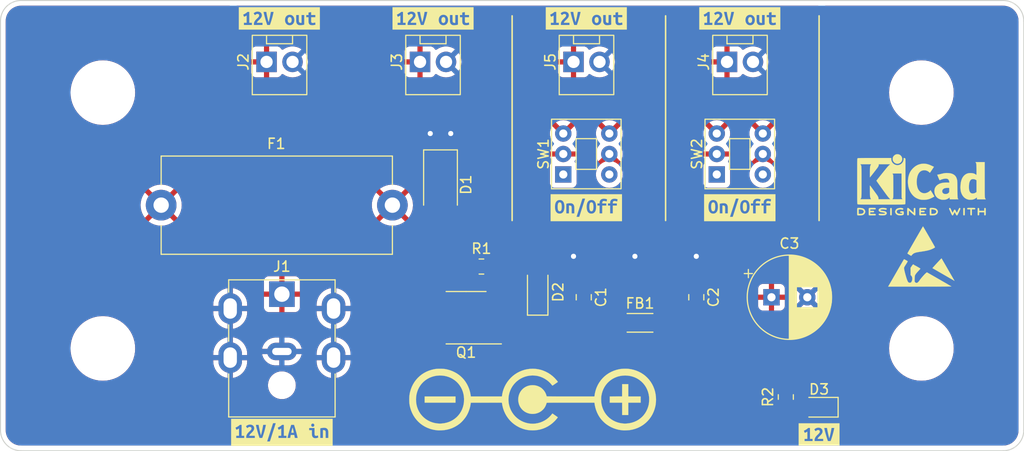
<source format=kicad_pcb>
(kicad_pcb (version 20211014) (generator pcbnew)
  (layers (0 "F.Cu" signal) (31 "B.Cu" signal) (34 "B.Paste" user) (35 "F.Paste" user) (36 "B.SilkS" user "B.Silkscreen") (37 "F.SilkS" user "F.Silkscreen") (38 "B.Mask" user) (39 "F.Mask" user) (44 "Edge.Cuts" user))
  (net 0 "")
  (net 1 "GND")
  (net 2 "Net-(D1-Pad2)")
  (net 3 "Net-(F1-Pad1)")
  (net 4 "+12V")
  (net 5 "Net-(C1-Pad2)")
  (net 6 "Net-(D2-Pad2)")
  (net 7 "Net-(J5-Pad1)")
  (net 10 "Net-(J4-Pad1)")
  (net 13 "Net-(R2-Pad2)")
  (footprint "MountingHole:MountingHole_5.3mm_M5" (layer "F.Cu") (at 100 100)
    (fp_text reference "H3" hide)
    (fp_text value "MountingHole")
    (pad "" np_thru_hole circle (at 0 0) (size 5.3 5.3) (drill 5.3) (layers *.Cu *.Mask))
  )
  (footprint "Symbol:ESD-Logo_6.6x6mm_SilkScreen" (layer "F.Cu") (at 180 91)
    (fp_text reference "REF**" hide)
    (fp_text value "ESD-Logo_6.6x6mm_SilkScreen" hide)
  )
  (footprint "Capacitor_SMD:C_0805_2012Metric_Pad1.18x1.45mm_HandSolder" (layer "F.Cu") (at 158 95 -90)
    (fp_text reference "C2" (at 0 -1.68 90) (layer "F.SilkS"))
    (fp_text value "0.1uC")
    (pad "1" smd roundrect (at -1.0375 0 270) (size 1.175 1.45) (layers "F.Cu" "F.Paste" "F.Mask") (roundrect_rratio 0.2127659574) (net 1 "GND"))
    (pad "2" smd roundrect (at 1.0375 0 270) (size 1.175 1.45) (layers "F.Cu" "F.Paste" "F.Mask") (roundrect_rratio 0.2127659574) (net 4 "+12V"))
  )
  (footprint "Diode_SMD:D_0805_2012Metric_Pad1.15x1.40mm_HandSolder" (layer "F.Cu") (at 170 105.75 180)
    (fp_text reference "D3" (at 0 1.75) (layer "F.SilkS"))
    (fp_text value "LED")
    (pad "1" smd roundrect (at -1.025 0 180) (size 1.15 1.4) (layers "F.Cu" "F.Paste" "F.Mask") (roundrect_rratio 0.2173913043) (net 1 "GND"))
    (pad "2" smd roundrect (at 1.025 0 180) (size 1.15 1.4) (layers "F.Cu" "F.Paste" "F.Mask") (roundrect_rratio 0.2173913043) (net 13 "Net-(R2-Pad2)"))
  )
  (footprint "Button_Switch_THT_custom:SW_Push_2P2T_Toggle_Generic_5_8_x_5_8" (layer "F.Cu") (at 147.25 81 90)
    (fp_text reference "SW1" (at 0 -4.191 90) (layer "F.SilkS"))
    (fp_text value "SW_Push_DPDT")
    (pad "1" thru_hole rect (at -2 -2.25 90) (size 1.6 1.6) (drill 0.8) (layers *.Cu *.Mask))
    (pad "2" thru_hole circle (at 0 -2.25 90) (size 1.6 1.6) (drill 0.8) (layers *.Cu *.Mask) (net 4 "+12V"))
    (pad "3" thru_hole circle (at 2 -2.25 90) (size 1.6 1.6) (drill 0.8) (layers *.Cu *.Mask) (net 7 "Net-(J5-Pad1)"))
    (pad "4" thru_hole circle (at -2 2.25 90) (size 1.6 1.6) (drill 0.8) (layers *.Cu *.Mask))
    (pad "5" thru_hole circle (at 0 2.25 90) (size 1.6 1.6) (drill 0.8) (layers *.Cu *.Mask) (net 4 "+12V"))
    (pad "6" thru_hole circle (at 2 2.25 90) (size 1.6 1.6) (drill 0.8) (layers *.Cu *.Mask) (net 7 "Net-(J5-Pad1)"))
  )
  (footprint "Capacitor_THT:CP_Radial_D8.0mm_P3.50mm" (layer "F.Cu") (at 165.347349 95)
    (fp_text reference "C3" (at 1.75 -5.25) (layer "F.SilkS"))
    (fp_text value "220uC")
    (pad "1" thru_hole rect (at 0 0) (size 1.6 1.6) (drill 0.8) (layers *.Cu *.Mask) (net 4 "+12V"))
    (pad "2" thru_hole circle (at 3.5 0) (size 1.6 1.6) (drill 0.8) (layers *.Cu *.Mask) (net 1 "GND"))
  )
  (footprint "Fuse:Fuseholder_Cylinder-5x20mm_Stelvio-Kontek_PTF78_Horizontal_Open" (layer "F.Cu") (at 105.7 86)
    (fp_text reference "F1" (at 11.25 -6) (layer "F.SilkS"))
    (fp_text value "Fuse")
    (pad "1" thru_hole circle (at 0 0) (size 3 3) (drill 1.5) (layers *.Cu *.Mask) (net 3 "Net-(F1-Pad1)"))
    (pad "2" thru_hole circle (at 22.6 0) (size 3 3) (drill 1.5) (layers *.Cu *.Mask) (net 2 "Net-(D1-Pad2)"))
  )
  (footprint "Connector_custom:HC-2510-2A" (layer "F.Cu") (at 146 72 90)
    (fp_text reference "J5" (at 0 -2.27 90) (layer "F.SilkS"))
    (fp_text value "12V PWR")
    (pad "1" thru_hole rect (at 0 0 90) (size 2 2) (drill 1.2) (layers *.Cu *.Mask) (net 7 "Net-(J5-Pad1)"))
    (pad "2" thru_hole circle (at 0 2.54 90) (size 2 2) (drill 1.2) (layers *.Cu *.Mask) (net 1 "GND"))
  )
  (footprint "Resistor_SMD:R_0805_2012Metric_Pad1.20x1.40mm_HandSolder" (layer "F.Cu") (at 137 92 180)
    (fp_text reference "R1" (at 0 1.75) (layer "F.SilkS"))
    (fp_text value "10kR")
    (pad "1" smd roundrect (at -1 0 180) (size 1.2 1.4) (layers "F.Cu" "F.Paste" "F.Mask") (roundrect_rratio 0.2083333333) (net 6 "Net-(D2-Pad2)"))
    (pad "2" smd roundrect (at 1 0 180) (size 1.2 1.4) (layers "F.Cu" "F.Paste" "F.Mask") (roundrect_rratio 0.2083333333) (net 1 "GND"))
  )
  (footprint "kibuzzard-638910D3" (layer "F.Cu") (at 162.25 67.75)
    (fp_text reference "kibuzzard-638910D3" hide)
    (fp_text value "G***" hide)
  )
  (footprint "Connector_BarrelJack_custom:BarrelJack_DC-042C-W-2.5_Horizontal" (layer "F.Cu") (at 117.5 106.5 180)
    (fp_text reference "J1" (at 0 14.5) (layer "F.SilkS"))
    (fp_text value "Barrel_Jack_Switch")
    (pad "" np_thru_hole circle (at 0 2.9 180) (size 1.7 1.7) (drill 1.7) (layers F&B.Cu *.Mask))
    (pad "1" thru_hole rect (at 0 11.8 180) (size 2.5 2.5) (drill 1.5) (layers *.Cu *.Mask) (net 3 "Net-(F1-Pad1)"))
    (pad "2" thru_hole oval (at -5.05 5.6 180) (size 2.3 3) (drill oval 1.3 2) (layers *.Cu *.Mask) (net 1 "GND"))
    (pad "2" thru_hole oval (at 5.05 10.4 180) (size 2.3 3) (drill oval 1.3 2) (layers *.Cu *.Mask) (net 1 "GND"))
    (pad "2" thru_hole oval (at 5.05 5.6 180) (size 2.3 3) (drill oval 1.3 2) (layers *.Cu *.Mask) (net 1 "GND"))
    (pad "2" thru_hole oval (at -5.05 10.4 180) (size 2.3 3) (drill oval 1.3 2) (layers *.Cu *.Mask) (net 1 "GND"))
    (pad "3" thru_hole oval (at 0 6.2 180) (size 2.9 1.7) (drill oval 1.9 0.7) (layers *.Cu *.Mask) (net 1 "GND"))
  )
  (footprint "kibuzzard-6389104C" (layer "F.Cu") (at 117.25 67.75)
    (fp_text reference "kibuzzard-6389104C" hide)
    (fp_text value "G***" hide)
  )
  (footprint "MountingHole:MountingHole_5.3mm_M5" (layer "F.Cu") (at 100 75)
    (fp_text reference "H1" hide)
    (fp_text value "MountingHole")
    (pad "" np_thru_hole circle (at 0 0) (size 5.3 5.3) (drill 5.3) (layers *.Cu *.Mask))
  )
  (footprint "kibuzzard-638910D3" (layer "F.Cu") (at 147.25 67.75)
    (fp_text reference "kibuzzard-638910D3" hide)
    (fp_text value "G***" hide)
  )
  (footprint "Diode_SMD:D_SMA" (layer "F.Cu") (at 133 84 -90)
    (fp_text reference "D1" (at 0 -2.5 90) (layer "F.SilkS"))
    (fp_text value "SMAJ16CA")
    (pad "1" smd rect (at -2 0 270) (size 2.5 1.8) (layers "F.Cu" "F.Paste" "F.Mask") (net 1 "GND"))
    (pad "2" smd rect (at 2 0 270) (size 2.5 1.8) (layers "F.Cu" "F.Paste" "F.Mask") (net 2 "Net-(D1-Pad2)"))
  )
  (footprint "Symbol:KiCad-Logo2_5mm_SilkScreen" (layer "F.Cu") (at 180 84)
    (fp_text reference "REF**" hide)
    (fp_text value "KiCad-Logo2_5mm_SilkScreen" hide)
  )
  (footprint "Resistor_SMD:R_0805_2012Metric_Pad1.20x1.40mm_HandSolder" (layer "F.Cu") (at 166.75 104.75 -90)
    (fp_text reference "R2" (at 0 1.75 90) (layer "F.SilkS"))
    (fp_text value "1kR")
    (pad "1" smd roundrect (at -1 0 270) (size 1.2 1.4) (layers "F.Cu" "F.Paste" "F.Mask") (roundrect_rratio 0.2083333333) (net 4 "+12V"))
    (pad "2" smd roundrect (at 1 0 270) (size 1.2 1.4) (layers "F.Cu" "F.Paste" "F.Mask") (roundrect_rratio 0.2083333333) (net 13 "Net-(R2-Pad2)"))
  )
  (footprint "Connector_custom:HC-2510-2A" (layer "F.Cu") (at 116 72 90)
    (fp_text reference "J2" (at 0 -2.27 90) (layer "F.SilkS"))
    (fp_text value "12V PWR")
    (pad "1" thru_hole rect (at 0 0 90) (size 2 2) (drill 1.2) (layers *.Cu *.Mask) (net 4 "+12V"))
    (pad "2" thru_hole circle (at 0 2.54 90) (size 2 2) (drill 1.2) (layers *.Cu *.Mask) (net 1 "GND"))
  )
  (footprint "Connector_custom:HC-2510-2A" (layer "F.Cu") (at 161 72 90)
    (fp_text reference "J4" (at 0 -2.27 90) (layer "F.SilkS"))
    (fp_text value "12V PWR")
    (pad "1" thru_hole rect (at 0 0 90) (size 2 2) (drill 1.2) (layers *.Cu *.Mask) (net 10 "Net-(J4-Pad1)"))
    (pad "2" thru_hole circle (at 0 2.54 90) (size 2 2) (drill 1.2) (layers *.Cu *.Mask) (net 1 "GND"))
  )
  (footprint "Inductor_SMD:L_1806_4516Metric" (layer "F.Cu") (at 152.5 97.5)
    (fp_text reference "FB1" (at 0 -1.9) (layer "F.SilkS"))
    (fp_text value "FerriteBead")
    (pad "1" smd roundrect (at -2.1125 0) (size 1.275 1.9) (layers "F.Cu" "F.Paste" "F.Mask") (roundrect_rratio 0.1960776471) (net 5 "Net-(C1-Pad2)"))
    (pad "2" smd roundrect (at 2.1125 0) (size 1.275 1.9) (layers "F.Cu" "F.Paste" "F.Mask") (roundrect_rratio 0.1960776471) (net 4 "+12V"))
  )
  (footprint "Button_Switch_THT_custom:SW_Push_2P2T_Toggle_Generic_5_8_x_5_8" (layer "F.Cu") (at 162.25 81 90)
    (fp_text reference "SW2" (at 0 -4.191 90) (layer "F.SilkS"))
    (fp_text value "SW_Push_DPDT")
    (pad "1" thru_hole rect (at -2 -2.25 90) (size 1.6 1.6) (drill 0.8) (layers *.Cu *.Mask))
    (pad "2" thru_hole circle (at 0 -2.25 90) (size 1.6 1.6) (drill 0.8) (layers *.Cu *.Mask) (net 4 "+12V"))
    (pad "3" thru_hole circle (at 2 -2.25 90) (size 1.6 1.6) (drill 0.8) (layers *.Cu *.Mask) (net 10 "Net-(J4-Pad1)"))
    (pad "4" thru_hole circle (at -2 2.25 90) (size 1.6 1.6) (drill 0.8) (layers *.Cu *.Mask))
    (pad "5" thru_hole circle (at 0 2.25 90) (size 1.6 1.6) (drill 0.8) (layers *.Cu *.Mask) (net 4 "+12V"))
    (pad "6" thru_hole circle (at 2 2.25 90) (size 1.6 1.6) (drill 0.8) (layers *.Cu *.Mask) (net 10 "Net-(J4-Pad1)"))
  )
  (footprint "Package_SO:SOIC-8_3.9x4.9mm_P1.27mm" (layer "F.Cu") (at 135.5 97 180)
    (fp_text reference "Q1" (at 0 -3.4) (layer "F.SilkS"))
    (fp_text value "DMP3037LSS-13")
    (pad "1" smd roundrect (at -2.475 -1.905 180) (size 1.95 0.6) (layers "F.Cu" "F.Paste" "F.Mask") (net 5 "Net-(C1-Pad2)"))
    (pad "2" smd roundrect (at -2.475 -0.635 180) (size 1.95 0.6) (layers "F.Cu" "F.Paste" "F.Mask") (net 5 "Net-(C1-Pad2)"))
    (pad "3" smd roundrect (at -2.475 0.635 180) (size 1.95 0.6) (layers "F.Cu" "F.Paste" "F.Mask") (net 5 "Net-(C1-Pad2)"))
    (pad "4" smd roundrect (at -2.475 1.905 180) (size 1.95 0.6) (layers "F.Cu" "F.Paste" "F.Mask") (net 6 "Net-(D2-Pad2)"))
    (pad "5" smd roundrect (at 2.475 1.905 180) (size 1.95 0.6) (layers "F.Cu" "F.Paste" "F.Mask") (net 2 "Net-(D1-Pad2)"))
    (pad "6" smd roundrect (at 2.475 0.635 180) (size 1.95 0.6) (layers "F.Cu" "F.Paste" "F.Mask") (net 2 "Net-(D1-Pad2)"))
    (pad "7" smd roundrect (at 2.475 -0.635 180) (size 1.95 0.6) (layers "F.Cu" "F.Paste" "F.Mask") (net 2 "Net-(D1-Pad2)"))
    (pad "8" smd roundrect (at 2.475 -1.905 180) (size 1.95 0.6) (layers "F.Cu" "F.Paste" "F.Mask") (net 2 "Net-(D1-Pad2)"))
  )
  (footprint "Capacitor_SMD:C_0805_2012Metric_Pad1.18x1.45mm_HandSolder" (layer "F.Cu") (at 147 95 -90)
    (fp_text reference "C1" (at 0 -1.68 90) (layer "F.SilkS"))
    (fp_text value "0.1uC")
    (pad "1" smd roundrect (at -1.0375 0 270) (size 1.175 1.45) (layers "F.Cu" "F.Paste" "F.Mask") (roundrect_rratio 0.2127659574) (net 1 "GND"))
    (pad "2" smd roundrect (at 1.0375 0 270) (size 1.175 1.45) (layers "F.Cu" "F.Paste" "F.Mask") (roundrect_rratio 0.2127659574) (net 5 "Net-(C1-Pad2)"))
  )
  (footprint "kibuzzard-638911EA" (layer "F.Cu") (at 162.25 86.25)
    (fp_text reference "kibuzzard-638911EA" hide)
    (fp_text value "G***" hide)
  )
  (footprint "MountingHole:MountingHole_5.3mm_M5" (layer "F.Cu") (at 180 100)
    (fp_text reference "H2" hide)
    (fp_text value "MountingHole")
    (pad "" np_thru_hole circle (at 0 0) (size 5.3 5.3) (drill 5.3) (layers *.Cu *.Mask))
  )
  (footprint "Symbol:Polarity_Center_Positive_6mm_SilkScreen" (layer "F.Cu") (at 142 105)
    (fp_text reference "REF**" hide)
    (fp_text value "Polarity_Center_Positive_6mm_SilkScreen" hide)
  )
  (footprint "kibuzzard-6388F516" (layer "F.Cu") (at 170 108.4)
    (fp_text reference "kibuzzard-6388F516" hide)
    (fp_text value "G***" hide)
  )
  (footprint "kibuzzard-6389104C" (layer "F.Cu") (at 132.2725 67.75)
    (fp_text reference "kibuzzard-6389104C" hide)
    (fp_text value "G***" hide)
  )
  (footprint "kibuzzard-63891CDB" (layer "F.Cu") (at 117.5 108.2)
    (fp_text reference "kibuzzard-63891CDB" hide)
    (fp_text value "G***" hide)
  )
  (footprint "Connector_custom:HC-2510-2A" (layer "F.Cu") (at 131 72 90)
    (fp_text reference "J3" (at 0 -2.27 90) (layer "F.SilkS"))
    (fp_text value "12V PWR")
    (pad "1" thru_hole rect (at 0 0 90) (size 2 2) (drill 1.2) (layers *.Cu *.Mask) (net 4 "+12V"))
    (pad "2" thru_hole circle (at 0 2.54 90) (size 2 2) (drill 1.2) (layers *.Cu *.Mask) (net 1 "GND"))
  )
  (footprint "Diode_SMD:D_SOD-123" (layer "F.Cu") (at 142.5 94.5 90)
    (fp_text reference "D2" (at 0 2 90) (layer "F.SilkS"))
    (fp_text value "MMSZ5240BT1G")
    (pad "1" smd rect (at -1.65 0 90) (size 0.9 1.2) (layers "F.Cu" "F.Paste" "F.Mask") (net 5 "Net-(C1-Pad2)"))
    (pad "2" smd rect (at 1.65 0 90) (size 0.9 1.2) (layers "F.Cu" "F.Paste" "F.Mask") (net 6 "Net-(D2-Pad2)"))
  )
  (footprint "kibuzzard-638911E5" (layer "F.Cu") (at 147.25 86.25)
    (fp_text reference "kibuzzard-638911E5" hide)
    (fp_text value "G***" hide)
  )
  (footprint "MountingHole:MountingHole_5.3mm_M5" (layer "F.Cu") (at 180 75)
    (fp_text reference "H4" hide)
    (fp_text value "MountingHole")
    (pad "" np_thru_hole circle (at 0 0) (size 5.3 5.3) (drill 5.3) (layers *.Cu *.Mask))
  )
  (gr_line (start 155 67.5) (end 155 87.5) (layer "F.SilkS") (width 0.15))
  (gr_line (start 140 67.5) (end 140 87.5) (layer "F.SilkS") (width 0.15))
  (gr_line (start 170 87.5) (end 170 67.5) (layer "F.SilkS") (width 0.15))
  (gr_arc (start 90 68) (mid 90.585786 66.585786) (end 92 66) (layer "Edge.Cuts") (width 0.1))
  (gr_line (start 92 66) (end 188 66) (layer "Edge.Cuts") (width 0.1))
  (gr_arc (start 92 110) (mid 90.585786 109.414214) (end 90 108) (layer "Edge.Cuts") (width 0.1))
  (gr_line (start 190 68) (end 190 108) (layer "Edge.Cuts") (width 0.1))
  (gr_arc (start 188 66) (mid 189.414214 66.585786) (end 190 68) (layer "Edge.Cuts") (width 0.1))
  (gr_line (start 188 110) (end 92 110) (layer "Edge.Cuts") (width 0.1))
  (gr_line (start 90 108) (end 90 68) (layer "Edge.Cuts") (width 0.1))
  (gr_arc (start 190 108) (mid 189.414214 109.414214) (end 188 110) (layer "Edge.Cuts") (width 0.1))
  (via (at 134 79) (size 1.2) (drill 0.5) (layers "F.Cu" "B.Cu") (net 1))
  (via (at 158 91) (size 1.2) (drill 0.5) (layers "F.Cu" "B.Cu") (net 1))
  (via (at 152 91) (size 1.2) (drill 0.5) (layers "F.Cu" "B.Cu") (net 1))
  (via (at 132 79) (size 1.2) (drill 0.5) (layers "F.Cu" "B.Cu") (net 1))
  (via (at 146 91) (size 1.2) (drill 0.5) (layers "F.Cu" "B.Cu") (net 1))
  (segment (start 145 81) (end 147.2 81) (width 0.5) (layer "F.Cu") (net 4))
  (segment (start 145 81) (end 142.5 81) (width 0.5) (layer "F.Cu") (net 4))
  (segment (start 160 81) (end 157.5 81) (width 0.5) (layer "F.Cu") (net 4))
  (segment (start 165.347349 96.597349) (end 165.347349 95) (width 0.25) (layer "F.Cu") (net 4))
  (segment (start 166.75 98) (end 165.347349 96.597349) (width 0.25) (layer "F.Cu") (net 4))
  (segment (start 160 81) (end 162.2 81) (width 0.5) (layer "F.Cu") (net 4))
  (segment (start 166.75 103.75) (end 166.75 98) (width 0.25) (layer "F.Cu") (net 4))
  (segment (start 140.22 92.85) (end 142.5 92.85) (width 0.5) (layer "F.Cu") (net 6))
  (segment (start 139.37 92) (end 140.22 92.85) (width 0.5) (layer "F.Cu") (net 6))
  (segment (start 138 92) (end 139.37 92) (width 0.5) (layer "F.Cu") (net 6))
  (segment (start 137.975 95.095) (end 140.22 92.85) (width 0.5) (layer "F.Cu") (net 6))
  (segment (start 166.75 105.75) (end 168.975 105.75) (width 0.25) (layer "F.Cu") (net 13))
  (zone (net 7) (net_name "Net-(J5-Pad1)") (layer "F.Cu") (priority 2) (connect_pads (clearance 0.508)) (min_thickness 0.254) (fill yes (thermal_gap 0.508) (thermal_bridge_width 0.508))
    (polygon (pts (xy 151.5 79.5) (xy 143 79.5) (xy 143 69.5) (xy 151.5 69.5)))
  )
  (zone (net 1) (net_name "GND") (layers F&B.Cu) (connect_pads (clearance 0.508)) (min_thickness 0.254) (fill yes (thermal_gap 0.508) (thermal_bridge_width 0.508))
    (polygon (pts (xy 190 110) (xy 90 110) (xy 90 66) (xy 190 66)))
  )
  (zone (net 5) (net_name "Net-(C1-Pad2)") (layer "F.Cu") (priority 1) (connect_pads (clearance 0.508)) (min_thickness 0.254) (fill yes (thermal_gap 0.508) (thermal_bridge_width 0.508))
    (polygon (pts (xy 152.15 99.75) (xy 137 99.75) (xy 137 96) (xy 139.5 96) (xy 140.5 95.5) (xy 152.15 95.5)))
  )
  (zone (net 4) (net_name "+12V") (layer "F.Cu") (priority 1) (connect_pads (clearance 0.508)) (min_thickness 0.254) (fill yes (thermal_gap 0.508) (thermal_bridge_width 0.508))
    (polygon (pts (xy 170 87) (xy 140 87) (xy 135 76) (xy 113 76) (xy 113 66) (xy 170 66)))
  )
  (zone (net 4) (net_name "+12V") (layer "F.Cu") (priority 1) (connect_pads (clearance 0.508)) (min_thickness 0.254) (fill yes (thermal_gap 0.508) (thermal_bridge_width 0.508))
    (polygon (pts (xy 167 94) (xy 167.00877 99.75) (xy 152.85877 99.74964) (xy 152.85 95.499794) (xy 161.25 95.5) (xy 163.5 93.75) (xy 160.5 87) (xy 170 87)))
  )
  (zone (net 10) (net_name "Net-(J4-Pad1)") (layer "F.Cu") (priority 2) (connect_pads (clearance 0.508)) (min_thickness 0.254) (fill yes (thermal_gap 0.508) (thermal_bridge_width 0.508))
    (polygon (pts (xy 166.5 79.5) (xy 158 79.5) (xy 158 69.5) (xy 166.5 69.5)))
  )
  (zone (net 3) (net_name "Net-(F1-Pad1)") (layer "F.Cu") (priority 2) (connect_pads (clearance 0.508)) (min_thickness 0.254) (fill yes (thermal_gap 0.508) (thermal_bridge_width 0.508))
    (polygon (pts (xy 120 91) (xy 120 97.25) (xy 115 97.25) (xy 115 92.25) (xy 111.5 88.75) (xy 103 88.75) (xy 103 83) (xy 112 83)))
  )
  (zone (net 2) (net_name "Net-(D1-Pad2)") (layer "F.Cu") (priority 1) (connect_pads (clearance 0.508)) (min_thickness 0.254) (fill yes (thermal_gap 0.508) (thermal_bridge_width 0.508))
    (polygon (pts (xy 130.5 84.5) (xy 134 84.5) (xy 134 99.5) (xy 130.5 99.5) (xy 125 87.5) (xy 125 83) (xy 129.5 83)))
  )
)
</source>
